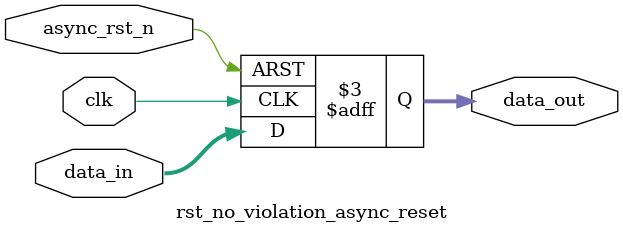
<source format=sv>

module rst_no_violation_async_reset (
  input wire clk,
  input wire async_rst_n,
  input wire [7:0] data_in,
  output logic [7:0] data_out
);

  // Async reset properly used in sensitivity list
  always_ff @(posedge clk or negedge async_rst_n) begin
    if (!async_rst_n)
      data_out <= 8'h00;
    else
      data_out <= data_in;
  end

endmodule


</source>
